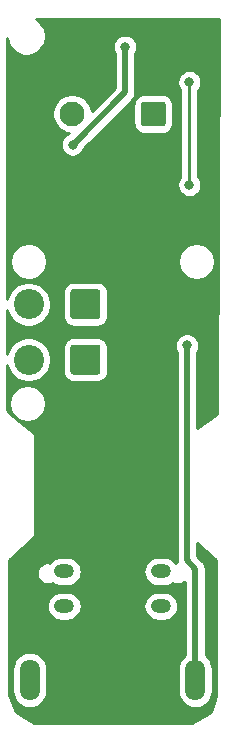
<source format=gbr>
%TF.GenerationSoftware,KiCad,Pcbnew,(5.1.6)-1*%
%TF.CreationDate,2021-02-04T17:03:45-05:00*%
%TF.ProjectId,horny_charger,686f726e-795f-4636-9861-726765722e6b,rev?*%
%TF.SameCoordinates,Original*%
%TF.FileFunction,Copper,L2,Bot*%
%TF.FilePolarity,Positive*%
%FSLAX46Y46*%
G04 Gerber Fmt 4.6, Leading zero omitted, Abs format (unit mm)*
G04 Created by KiCad (PCBNEW (5.1.6)-1) date 2021-02-04 17:03:45*
%MOMM*%
%LPD*%
G01*
G04 APERTURE LIST*
%TA.AperFunction,ComponentPad*%
%ADD10C,2.100000*%
%TD*%
%TA.AperFunction,ComponentPad*%
%ADD11C,2.550000*%
%TD*%
%TA.AperFunction,ComponentPad*%
%ADD12O,1.700000X3.500000*%
%TD*%
%TA.AperFunction,ComponentPad*%
%ADD13O,1.700000X1.200000*%
%TD*%
%TA.AperFunction,ViaPad*%
%ADD14C,0.800000*%
%TD*%
%TA.AperFunction,Conductor*%
%ADD15C,0.500000*%
%TD*%
%TA.AperFunction,Conductor*%
%ADD16C,0.250000*%
%TD*%
%TA.AperFunction,Conductor*%
%ADD17C,0.254000*%
%TD*%
G04 APERTURE END LIST*
D10*
%TO.P,REF\u002A\u002A,1*%
%TO.N,GND*%
X143675000Y-48275000D03*
%TD*%
%TO.P,REF\u002A\u002A,1*%
%TO.N,batt-charge_in*%
%TA.AperFunction,ComponentPad*%
G36*
G01*
X149500000Y-49100100D02*
X149500000Y-47499900D01*
G75*
G02*
X149749900Y-47250000I249900J0D01*
G01*
X151350100Y-47250000D01*
G75*
G02*
X151600000Y-47499900I0J-249900D01*
G01*
X151600000Y-49100100D01*
G75*
G02*
X151350100Y-49350000I-249900J0D01*
G01*
X149749900Y-49350000D01*
G75*
G02*
X149500000Y-49100100I0J249900D01*
G01*
G37*
%TD.AperFunction*%
%TD*%
%TO.P,REF\u002A\u002A,1*%
%TO.N,sw_r_to_leds*%
%TA.AperFunction,ComponentPad*%
G36*
G01*
X146075000Y-63374900D02*
X146075000Y-65425100D01*
G75*
G02*
X145825100Y-65675000I-249900J0D01*
G01*
X143774900Y-65675000D01*
G75*
G02*
X143525000Y-65425100I0J249900D01*
G01*
X143525000Y-63374900D01*
G75*
G02*
X143774900Y-63125000I249900J0D01*
G01*
X145825100Y-63125000D01*
G75*
G02*
X146075000Y-63374900I0J-249900D01*
G01*
G37*
%TD.AperFunction*%
D11*
%TO.P,REF\u002A\u002A,2*%
%TO.N,GND*%
X140000000Y-64400000D03*
%TD*%
%TO.P,REF\u002A\u002A,2*%
%TO.N,GND*%
X140000000Y-69100000D03*
%TO.P,REF\u002A\u002A,1*%
%TO.N,sw_r_to_leds*%
%TA.AperFunction,ComponentPad*%
G36*
G01*
X146075000Y-68074900D02*
X146075000Y-70125100D01*
G75*
G02*
X145825100Y-70375000I-249900J0D01*
G01*
X143774900Y-70375000D01*
G75*
G02*
X143525000Y-70125100I0J249900D01*
G01*
X143525000Y-68074900D01*
G75*
G02*
X143774900Y-67825000I249900J0D01*
G01*
X145825100Y-67825000D01*
G75*
G02*
X146075000Y-68074900I0J-249900D01*
G01*
G37*
%TD.AperFunction*%
%TD*%
D12*
%TO.P,SW1,1*%
%TO.N,batt-charge_in*%
X140100000Y-96200000D03*
%TO.P,SW1,2*%
%TO.N,sw_to_r*%
X154100000Y-96200000D03*
%TD*%
D13*
%TO.P,J1,S1*%
%TO.N,Net-(J1-PadS1)*%
X151200000Y-89970000D03*
X151200000Y-87030000D03*
X143000000Y-89970000D03*
X143000000Y-87030000D03*
%TD*%
D14*
%TO.N,+5V*%
X155000000Y-45600000D03*
X143675000Y-57475000D03*
X147100000Y-88450000D03*
%TO.N,batt-charge_in*%
X143725000Y-50900000D03*
X148150000Y-42600000D03*
%TO.N,charge_stat_r_to_led*%
X153600000Y-45600000D03*
X153600000Y-54300000D03*
%TO.N,sw_to_r*%
X153400000Y-67900000D03*
%TD*%
D15*
%TO.N,batt-charge_in*%
X148150000Y-46475000D02*
X143725000Y-50900000D01*
X148150000Y-42600000D02*
X148150000Y-46475000D01*
D16*
%TO.N,charge_stat_r_to_led*%
X153600000Y-54300000D02*
X153600000Y-45600000D01*
D15*
%TO.N,sw_to_r*%
X154100000Y-87000000D02*
X154100000Y-96200000D01*
X154100000Y-87000000D02*
X154100000Y-86800000D01*
X154100000Y-86800000D02*
X153400000Y-86100000D01*
X153400000Y-67900000D02*
X153400000Y-86000000D01*
%TD*%
D17*
%TO.N,+5V*%
G36*
X155973197Y-73733503D02*
G01*
X154277000Y-74913467D01*
X154277000Y-68436027D01*
X154310115Y-68386467D01*
X154387533Y-68199565D01*
X154427000Y-68001151D01*
X154427000Y-67798849D01*
X154387533Y-67600435D01*
X154310115Y-67413533D01*
X154197723Y-67245326D01*
X154054674Y-67102277D01*
X153886467Y-66989885D01*
X153699565Y-66912467D01*
X153501151Y-66873000D01*
X153298849Y-66873000D01*
X153100435Y-66912467D01*
X152913533Y-66989885D01*
X152745326Y-67102277D01*
X152602277Y-67245326D01*
X152489885Y-67413533D01*
X152412467Y-67600435D01*
X152373000Y-67798849D01*
X152373000Y-68001151D01*
X152412467Y-68199565D01*
X152489885Y-68386467D01*
X152523000Y-68436027D01*
X152523001Y-86043079D01*
X152523682Y-86049995D01*
X152518757Y-86100000D01*
X152535690Y-86271922D01*
X152536017Y-86273000D01*
X152508699Y-86273000D01*
X152429048Y-86288843D01*
X152321817Y-86158183D01*
X152134983Y-86004851D01*
X151921824Y-85890916D01*
X151690534Y-85820755D01*
X151510268Y-85803000D01*
X150889732Y-85803000D01*
X150709466Y-85820755D01*
X150478176Y-85890916D01*
X150265017Y-86004851D01*
X150078183Y-86158183D01*
X149924851Y-86345017D01*
X149810916Y-86558176D01*
X149740755Y-86789466D01*
X149717064Y-87030000D01*
X149740755Y-87270534D01*
X149810916Y-87501824D01*
X149924851Y-87714983D01*
X150078183Y-87901817D01*
X150265017Y-88055149D01*
X150478176Y-88169084D01*
X150709466Y-88239245D01*
X150889732Y-88257000D01*
X151510268Y-88257000D01*
X151690534Y-88239245D01*
X151921824Y-88169084D01*
X152134983Y-88055149D01*
X152170928Y-88025649D01*
X152329604Y-88091376D01*
X152508699Y-88127000D01*
X152691301Y-88127000D01*
X152870396Y-88091376D01*
X153039099Y-88021496D01*
X153190928Y-87920048D01*
X153223000Y-87887976D01*
X153223001Y-94109024D01*
X153050550Y-94250550D01*
X152865978Y-94475454D01*
X152728828Y-94732043D01*
X152644371Y-95010458D01*
X152623000Y-95227445D01*
X152623000Y-97172556D01*
X152644372Y-97389543D01*
X152728829Y-97667958D01*
X152865979Y-97924547D01*
X153050551Y-98149450D01*
X153275454Y-98334022D01*
X153532043Y-98471172D01*
X153810458Y-98555629D01*
X154100000Y-98584146D01*
X154389543Y-98555629D01*
X154667958Y-98471172D01*
X154924547Y-98334022D01*
X155149450Y-98149450D01*
X155334022Y-97924547D01*
X155471172Y-97667958D01*
X155555629Y-97389543D01*
X155577000Y-97172556D01*
X155577000Y-95227444D01*
X155555629Y-95010457D01*
X155471172Y-94732042D01*
X155334022Y-94475453D01*
X155149450Y-94250550D01*
X154977000Y-94109025D01*
X154977000Y-86843069D01*
X154981242Y-86799999D01*
X154977000Y-86756930D01*
X154977000Y-86756922D01*
X154964310Y-86628079D01*
X154914162Y-86462763D01*
X154832727Y-86310408D01*
X154723133Y-86176867D01*
X154689668Y-86149403D01*
X154277000Y-85736735D01*
X154277000Y-84605271D01*
X155872903Y-86056092D01*
X155853030Y-97542697D01*
X155471553Y-98925549D01*
X153862101Y-99840010D01*
X153786083Y-99848000D01*
X140531886Y-99848000D01*
X140441920Y-99839179D01*
X138941274Y-98903482D01*
X138356933Y-97524054D01*
X138350968Y-95227445D01*
X138623000Y-95227445D01*
X138623000Y-97172556D01*
X138644372Y-97389543D01*
X138728829Y-97667958D01*
X138865979Y-97924547D01*
X139050551Y-98149450D01*
X139275454Y-98334022D01*
X139532043Y-98471172D01*
X139810458Y-98555629D01*
X140100000Y-98584146D01*
X140389543Y-98555629D01*
X140667958Y-98471172D01*
X140924547Y-98334022D01*
X141149450Y-98149450D01*
X141334022Y-97924547D01*
X141471172Y-97667958D01*
X141555629Y-97389543D01*
X141577000Y-97172556D01*
X141577000Y-95227444D01*
X141555629Y-95010457D01*
X141471172Y-94732042D01*
X141334022Y-94475453D01*
X141149450Y-94250550D01*
X140924546Y-94065978D01*
X140667957Y-93928828D01*
X140389542Y-93844371D01*
X140100000Y-93815854D01*
X139810457Y-93844371D01*
X139532042Y-93928828D01*
X139275453Y-94065978D01*
X139050550Y-94250550D01*
X138865978Y-94475454D01*
X138728828Y-94732043D01*
X138644371Y-95010458D01*
X138623000Y-95227445D01*
X138350968Y-95227445D01*
X138337313Y-89970000D01*
X141517064Y-89970000D01*
X141540755Y-90210534D01*
X141610916Y-90441824D01*
X141724851Y-90654983D01*
X141878183Y-90841817D01*
X142065017Y-90995149D01*
X142278176Y-91109084D01*
X142509466Y-91179245D01*
X142689732Y-91197000D01*
X143310268Y-91197000D01*
X143490534Y-91179245D01*
X143721824Y-91109084D01*
X143934983Y-90995149D01*
X144121817Y-90841817D01*
X144275149Y-90654983D01*
X144389084Y-90441824D01*
X144459245Y-90210534D01*
X144482936Y-89970000D01*
X149717064Y-89970000D01*
X149740755Y-90210534D01*
X149810916Y-90441824D01*
X149924851Y-90654983D01*
X150078183Y-90841817D01*
X150265017Y-90995149D01*
X150478176Y-91109084D01*
X150709466Y-91179245D01*
X150889732Y-91197000D01*
X151510268Y-91197000D01*
X151690534Y-91179245D01*
X151921824Y-91109084D01*
X152134983Y-90995149D01*
X152321817Y-90841817D01*
X152475149Y-90654983D01*
X152589084Y-90441824D01*
X152659245Y-90210534D01*
X152682936Y-89970000D01*
X152659245Y-89729466D01*
X152589084Y-89498176D01*
X152475149Y-89285017D01*
X152321817Y-89098183D01*
X152134983Y-88944851D01*
X151921824Y-88830916D01*
X151690534Y-88760755D01*
X151510268Y-88743000D01*
X150889732Y-88743000D01*
X150709466Y-88760755D01*
X150478176Y-88830916D01*
X150265017Y-88944851D01*
X150078183Y-89098183D01*
X149924851Y-89285017D01*
X149810916Y-89498176D01*
X149740755Y-89729466D01*
X149717064Y-89970000D01*
X144482936Y-89970000D01*
X144459245Y-89729466D01*
X144389084Y-89498176D01*
X144275149Y-89285017D01*
X144121817Y-89098183D01*
X143934983Y-88944851D01*
X143721824Y-88830916D01*
X143490534Y-88760755D01*
X143310268Y-88743000D01*
X142689732Y-88743000D01*
X142509466Y-88760755D01*
X142278176Y-88830916D01*
X142065017Y-88944851D01*
X141878183Y-89098183D01*
X141724851Y-89285017D01*
X141610916Y-89498176D01*
X141540755Y-89729466D01*
X141517064Y-89970000D01*
X138337313Y-89970000D01*
X138329881Y-87108699D01*
X140673000Y-87108699D01*
X140673000Y-87291301D01*
X140708624Y-87470396D01*
X140778504Y-87639099D01*
X140879952Y-87790928D01*
X141009072Y-87920048D01*
X141160901Y-88021496D01*
X141329604Y-88091376D01*
X141508699Y-88127000D01*
X141691301Y-88127000D01*
X141870396Y-88091376D01*
X142029072Y-88025649D01*
X142065017Y-88055149D01*
X142278176Y-88169084D01*
X142509466Y-88239245D01*
X142689732Y-88257000D01*
X143310268Y-88257000D01*
X143490534Y-88239245D01*
X143721824Y-88169084D01*
X143934983Y-88055149D01*
X144121817Y-87901817D01*
X144275149Y-87714983D01*
X144389084Y-87501824D01*
X144459245Y-87270534D01*
X144482936Y-87030000D01*
X144459245Y-86789466D01*
X144389084Y-86558176D01*
X144275149Y-86345017D01*
X144121817Y-86158183D01*
X143934983Y-86004851D01*
X143721824Y-85890916D01*
X143490534Y-85820755D01*
X143310268Y-85803000D01*
X142689732Y-85803000D01*
X142509466Y-85820755D01*
X142278176Y-85890916D01*
X142065017Y-86004851D01*
X141878183Y-86158183D01*
X141770952Y-86288843D01*
X141691301Y-86273000D01*
X141508699Y-86273000D01*
X141329604Y-86308624D01*
X141160901Y-86378504D01*
X141009072Y-86479952D01*
X140879952Y-86609072D01*
X140778504Y-86760901D01*
X140708624Y-86929604D01*
X140673000Y-87108699D01*
X138329881Y-87108699D01*
X138327146Y-86056047D01*
X140485429Y-84093972D01*
X140502121Y-84075500D01*
X140514888Y-84054127D01*
X140523240Y-84030673D01*
X140527000Y-84000000D01*
X140527000Y-75400000D01*
X140524560Y-75375224D01*
X140517333Y-75351399D01*
X140505597Y-75329443D01*
X140489803Y-75310197D01*
X140478829Y-75300426D01*
X138225804Y-73516781D01*
X138169843Y-73301648D01*
X138152000Y-73074435D01*
X138152000Y-72645917D01*
X138335570Y-72645917D01*
X138335570Y-72954083D01*
X138395690Y-73256328D01*
X138513620Y-73541036D01*
X138684828Y-73797266D01*
X138902734Y-74015172D01*
X139158964Y-74186380D01*
X139443672Y-74304310D01*
X139745917Y-74364430D01*
X140054083Y-74364430D01*
X140356328Y-74304310D01*
X140641036Y-74186380D01*
X140897266Y-74015172D01*
X141115172Y-73797266D01*
X141286380Y-73541036D01*
X141404310Y-73256328D01*
X141464430Y-72954083D01*
X141464430Y-72645917D01*
X141404310Y-72343672D01*
X141286380Y-72058964D01*
X141115172Y-71802734D01*
X140897266Y-71584828D01*
X140641036Y-71413620D01*
X140356328Y-71295690D01*
X140054083Y-71235570D01*
X139745917Y-71235570D01*
X139443672Y-71295690D01*
X139158964Y-71413620D01*
X138902734Y-71584828D01*
X138684828Y-71802734D01*
X138513620Y-72058964D01*
X138395690Y-72343672D01*
X138335570Y-72645917D01*
X138152000Y-72645917D01*
X138152000Y-69558806D01*
X138171093Y-69654793D01*
X138314469Y-70000935D01*
X138522620Y-70312454D01*
X138787546Y-70577380D01*
X139099065Y-70785531D01*
X139445207Y-70928907D01*
X139812669Y-71002000D01*
X140187331Y-71002000D01*
X140554793Y-70928907D01*
X140900935Y-70785531D01*
X141212454Y-70577380D01*
X141477380Y-70312454D01*
X141685531Y-70000935D01*
X141828907Y-69654793D01*
X141902000Y-69287331D01*
X141902000Y-68912669D01*
X141828907Y-68545207D01*
X141685531Y-68199065D01*
X141602567Y-68074900D01*
X142894967Y-68074900D01*
X142894967Y-70125100D01*
X142911875Y-70296766D01*
X142961948Y-70461836D01*
X143043262Y-70613965D01*
X143152693Y-70747307D01*
X143286035Y-70856738D01*
X143438164Y-70938052D01*
X143603234Y-70988125D01*
X143774900Y-71005033D01*
X145825100Y-71005033D01*
X145996766Y-70988125D01*
X146161836Y-70938052D01*
X146313965Y-70856738D01*
X146447307Y-70747307D01*
X146556738Y-70613965D01*
X146638052Y-70461836D01*
X146688125Y-70296766D01*
X146705033Y-70125100D01*
X146705033Y-68074900D01*
X146688125Y-67903234D01*
X146638052Y-67738164D01*
X146556738Y-67586035D01*
X146447307Y-67452693D01*
X146313965Y-67343262D01*
X146161836Y-67261948D01*
X145996766Y-67211875D01*
X145825100Y-67194967D01*
X143774900Y-67194967D01*
X143603234Y-67211875D01*
X143438164Y-67261948D01*
X143286035Y-67343262D01*
X143152693Y-67452693D01*
X143043262Y-67586035D01*
X142961948Y-67738164D01*
X142911875Y-67903234D01*
X142894967Y-68074900D01*
X141602567Y-68074900D01*
X141477380Y-67887546D01*
X141212454Y-67622620D01*
X140900935Y-67414469D01*
X140554793Y-67271093D01*
X140187331Y-67198000D01*
X139812669Y-67198000D01*
X139445207Y-67271093D01*
X139099065Y-67414469D01*
X138787546Y-67622620D01*
X138522620Y-67887546D01*
X138314469Y-68199065D01*
X138171093Y-68545207D01*
X138152000Y-68641194D01*
X138152000Y-64858806D01*
X138171093Y-64954793D01*
X138314469Y-65300935D01*
X138522620Y-65612454D01*
X138787546Y-65877380D01*
X139099065Y-66085531D01*
X139445207Y-66228907D01*
X139812669Y-66302000D01*
X140187331Y-66302000D01*
X140554793Y-66228907D01*
X140900935Y-66085531D01*
X141212454Y-65877380D01*
X141477380Y-65612454D01*
X141685531Y-65300935D01*
X141828907Y-64954793D01*
X141902000Y-64587331D01*
X141902000Y-64212669D01*
X141828907Y-63845207D01*
X141685531Y-63499065D01*
X141602567Y-63374900D01*
X142894967Y-63374900D01*
X142894967Y-65425100D01*
X142911875Y-65596766D01*
X142961948Y-65761836D01*
X143043262Y-65913965D01*
X143152693Y-66047307D01*
X143286035Y-66156738D01*
X143438164Y-66238052D01*
X143603234Y-66288125D01*
X143774900Y-66305033D01*
X145825100Y-66305033D01*
X145996766Y-66288125D01*
X146161836Y-66238052D01*
X146313965Y-66156738D01*
X146447307Y-66047307D01*
X146556738Y-65913965D01*
X146638052Y-65761836D01*
X146688125Y-65596766D01*
X146705033Y-65425100D01*
X146705033Y-63374900D01*
X146688125Y-63203234D01*
X146638052Y-63038164D01*
X146556738Y-62886035D01*
X146447307Y-62752693D01*
X146313965Y-62643262D01*
X146161836Y-62561948D01*
X145996766Y-62511875D01*
X145825100Y-62494967D01*
X143774900Y-62494967D01*
X143603234Y-62511875D01*
X143438164Y-62561948D01*
X143286035Y-62643262D01*
X143152693Y-62752693D01*
X143043262Y-62886035D01*
X142961948Y-63038164D01*
X142911875Y-63203234D01*
X142894967Y-63374900D01*
X141602567Y-63374900D01*
X141477380Y-63187546D01*
X141212454Y-62922620D01*
X140900935Y-62714469D01*
X140554793Y-62571093D01*
X140187331Y-62498000D01*
X139812669Y-62498000D01*
X139445207Y-62571093D01*
X139099065Y-62714469D01*
X138787546Y-62922620D01*
X138522620Y-63187546D01*
X138314469Y-63499065D01*
X138171093Y-63845207D01*
X138152000Y-63941194D01*
X138152000Y-60645917D01*
X138435570Y-60645917D01*
X138435570Y-60954083D01*
X138495690Y-61256328D01*
X138613620Y-61541036D01*
X138784828Y-61797266D01*
X139002734Y-62015172D01*
X139258964Y-62186380D01*
X139543672Y-62304310D01*
X139845917Y-62364430D01*
X140154083Y-62364430D01*
X140456328Y-62304310D01*
X140741036Y-62186380D01*
X140997266Y-62015172D01*
X141215172Y-61797266D01*
X141386380Y-61541036D01*
X141504310Y-61256328D01*
X141564430Y-60954083D01*
X141564430Y-60645917D01*
X152635570Y-60645917D01*
X152635570Y-60954083D01*
X152695690Y-61256328D01*
X152813620Y-61541036D01*
X152984828Y-61797266D01*
X153202734Y-62015172D01*
X153458964Y-62186380D01*
X153743672Y-62304310D01*
X154045917Y-62364430D01*
X154354083Y-62364430D01*
X154656328Y-62304310D01*
X154941036Y-62186380D01*
X155197266Y-62015172D01*
X155415172Y-61797266D01*
X155586380Y-61541036D01*
X155704310Y-61256328D01*
X155764430Y-60954083D01*
X155764430Y-60645917D01*
X155704310Y-60343672D01*
X155586380Y-60058964D01*
X155415172Y-59802734D01*
X155197266Y-59584828D01*
X154941036Y-59413620D01*
X154656328Y-59295690D01*
X154354083Y-59235570D01*
X154045917Y-59235570D01*
X153743672Y-59295690D01*
X153458964Y-59413620D01*
X153202734Y-59584828D01*
X152984828Y-59802734D01*
X152813620Y-60058964D01*
X152695690Y-60343672D01*
X152635570Y-60645917D01*
X141564430Y-60645917D01*
X141504310Y-60343672D01*
X141386380Y-60058964D01*
X141215172Y-59802734D01*
X140997266Y-59584828D01*
X140741036Y-59413620D01*
X140456328Y-59295690D01*
X140154083Y-59235570D01*
X139845917Y-59235570D01*
X139543672Y-59295690D01*
X139258964Y-59413620D01*
X139002734Y-59584828D01*
X138784828Y-59802734D01*
X138613620Y-60058964D01*
X138495690Y-60343672D01*
X138435570Y-60645917D01*
X138152000Y-60645917D01*
X138152000Y-48109830D01*
X141998000Y-48109830D01*
X141998000Y-48440170D01*
X142062446Y-48764163D01*
X142188862Y-49069357D01*
X142372389Y-49344025D01*
X142605975Y-49577611D01*
X142880643Y-49761138D01*
X143185837Y-49887554D01*
X143388337Y-49927834D01*
X143238533Y-49989885D01*
X143070326Y-50102277D01*
X142927277Y-50245326D01*
X142814885Y-50413533D01*
X142737467Y-50600435D01*
X142698000Y-50798849D01*
X142698000Y-51001151D01*
X142737467Y-51199565D01*
X142814885Y-51386467D01*
X142927277Y-51554674D01*
X143070326Y-51697723D01*
X143238533Y-51810115D01*
X143425435Y-51887533D01*
X143623849Y-51927000D01*
X143826151Y-51927000D01*
X144024565Y-51887533D01*
X144211467Y-51810115D01*
X144379674Y-51697723D01*
X144522723Y-51554674D01*
X144635115Y-51386467D01*
X144712533Y-51199565D01*
X144724162Y-51141103D01*
X148365365Y-47499900D01*
X148869967Y-47499900D01*
X148869967Y-49100100D01*
X148886875Y-49271766D01*
X148936948Y-49436836D01*
X149018262Y-49588965D01*
X149127693Y-49722307D01*
X149261035Y-49831738D01*
X149413164Y-49913052D01*
X149578234Y-49963125D01*
X149749900Y-49980033D01*
X151350100Y-49980033D01*
X151521766Y-49963125D01*
X151686836Y-49913052D01*
X151838965Y-49831738D01*
X151972307Y-49722307D01*
X152081738Y-49588965D01*
X152163052Y-49436836D01*
X152213125Y-49271766D01*
X152230033Y-49100100D01*
X152230033Y-47499900D01*
X152213125Y-47328234D01*
X152163052Y-47163164D01*
X152081738Y-47011035D01*
X151972307Y-46877693D01*
X151838965Y-46768262D01*
X151686836Y-46686948D01*
X151521766Y-46636875D01*
X151350100Y-46619967D01*
X149749900Y-46619967D01*
X149578234Y-46636875D01*
X149413164Y-46686948D01*
X149261035Y-46768262D01*
X149127693Y-46877693D01*
X149018262Y-47011035D01*
X148936948Y-47163164D01*
X148886875Y-47328234D01*
X148869967Y-47499900D01*
X148365365Y-47499900D01*
X148739674Y-47125592D01*
X148773133Y-47098133D01*
X148882727Y-46964592D01*
X148964162Y-46812237D01*
X149014310Y-46646922D01*
X149016965Y-46619967D01*
X149031243Y-46475001D01*
X149027000Y-46431921D01*
X149027000Y-45498849D01*
X152573000Y-45498849D01*
X152573000Y-45701151D01*
X152612467Y-45899565D01*
X152689885Y-46086467D01*
X152802277Y-46254674D01*
X152848001Y-46300398D01*
X152848000Y-53599603D01*
X152802277Y-53645326D01*
X152689885Y-53813533D01*
X152612467Y-54000435D01*
X152573000Y-54198849D01*
X152573000Y-54401151D01*
X152612467Y-54599565D01*
X152689885Y-54786467D01*
X152802277Y-54954674D01*
X152945326Y-55097723D01*
X153113533Y-55210115D01*
X153300435Y-55287533D01*
X153498849Y-55327000D01*
X153701151Y-55327000D01*
X153899565Y-55287533D01*
X154086467Y-55210115D01*
X154254674Y-55097723D01*
X154397723Y-54954674D01*
X154510115Y-54786467D01*
X154587533Y-54599565D01*
X154627000Y-54401151D01*
X154627000Y-54198849D01*
X154587533Y-54000435D01*
X154510115Y-53813533D01*
X154397723Y-53645326D01*
X154352000Y-53599603D01*
X154352000Y-46300397D01*
X154397723Y-46254674D01*
X154510115Y-46086467D01*
X154587533Y-45899565D01*
X154627000Y-45701151D01*
X154627000Y-45498849D01*
X154587533Y-45300435D01*
X154510115Y-45113533D01*
X154397723Y-44945326D01*
X154254674Y-44802277D01*
X154086467Y-44689885D01*
X153899565Y-44612467D01*
X153701151Y-44573000D01*
X153498849Y-44573000D01*
X153300435Y-44612467D01*
X153113533Y-44689885D01*
X152945326Y-44802277D01*
X152802277Y-44945326D01*
X152689885Y-45113533D01*
X152612467Y-45300435D01*
X152573000Y-45498849D01*
X149027000Y-45498849D01*
X149027000Y-43136027D01*
X149060115Y-43086467D01*
X149137533Y-42899565D01*
X149177000Y-42701151D01*
X149177000Y-42498849D01*
X149137533Y-42300435D01*
X149060115Y-42113533D01*
X148947723Y-41945326D01*
X148804674Y-41802277D01*
X148636467Y-41689885D01*
X148449565Y-41612467D01*
X148251151Y-41573000D01*
X148048849Y-41573000D01*
X147850435Y-41612467D01*
X147663533Y-41689885D01*
X147495326Y-41802277D01*
X147352277Y-41945326D01*
X147239885Y-42113533D01*
X147162467Y-42300435D01*
X147123000Y-42498849D01*
X147123000Y-42701151D01*
X147162467Y-42899565D01*
X147239885Y-43086467D01*
X147273000Y-43136027D01*
X147273001Y-46111733D01*
X145339209Y-48045525D01*
X145287554Y-47785837D01*
X145161138Y-47480643D01*
X144977611Y-47205975D01*
X144744025Y-46972389D01*
X144469357Y-46788862D01*
X144164163Y-46662446D01*
X143840170Y-46598000D01*
X143509830Y-46598000D01*
X143185837Y-46662446D01*
X142880643Y-46788862D01*
X142605975Y-46972389D01*
X142372389Y-47205975D01*
X142188862Y-47480643D01*
X142062446Y-47785837D01*
X141998000Y-48109830D01*
X138152000Y-48109830D01*
X138152000Y-41866968D01*
X138214459Y-42180969D01*
X138338757Y-42481051D01*
X138519210Y-42751117D01*
X138748883Y-42980790D01*
X139018949Y-43161243D01*
X139319031Y-43285541D01*
X139637597Y-43348908D01*
X139962403Y-43348908D01*
X140280969Y-43285541D01*
X140581051Y-43161243D01*
X140851117Y-42980790D01*
X141080790Y-42751117D01*
X141261243Y-42481051D01*
X141385541Y-42180969D01*
X141448908Y-41862403D01*
X141448908Y-41537597D01*
X141385541Y-41219031D01*
X141261243Y-40918949D01*
X141080790Y-40648883D01*
X140851117Y-40419210D01*
X140600870Y-40252000D01*
X156072549Y-40252000D01*
X155973197Y-73733503D01*
G37*
X155973197Y-73733503D02*
X154277000Y-74913467D01*
X154277000Y-68436027D01*
X154310115Y-68386467D01*
X154387533Y-68199565D01*
X154427000Y-68001151D01*
X154427000Y-67798849D01*
X154387533Y-67600435D01*
X154310115Y-67413533D01*
X154197723Y-67245326D01*
X154054674Y-67102277D01*
X153886467Y-66989885D01*
X153699565Y-66912467D01*
X153501151Y-66873000D01*
X153298849Y-66873000D01*
X153100435Y-66912467D01*
X152913533Y-66989885D01*
X152745326Y-67102277D01*
X152602277Y-67245326D01*
X152489885Y-67413533D01*
X152412467Y-67600435D01*
X152373000Y-67798849D01*
X152373000Y-68001151D01*
X152412467Y-68199565D01*
X152489885Y-68386467D01*
X152523000Y-68436027D01*
X152523001Y-86043079D01*
X152523682Y-86049995D01*
X152518757Y-86100000D01*
X152535690Y-86271922D01*
X152536017Y-86273000D01*
X152508699Y-86273000D01*
X152429048Y-86288843D01*
X152321817Y-86158183D01*
X152134983Y-86004851D01*
X151921824Y-85890916D01*
X151690534Y-85820755D01*
X151510268Y-85803000D01*
X150889732Y-85803000D01*
X150709466Y-85820755D01*
X150478176Y-85890916D01*
X150265017Y-86004851D01*
X150078183Y-86158183D01*
X149924851Y-86345017D01*
X149810916Y-86558176D01*
X149740755Y-86789466D01*
X149717064Y-87030000D01*
X149740755Y-87270534D01*
X149810916Y-87501824D01*
X149924851Y-87714983D01*
X150078183Y-87901817D01*
X150265017Y-88055149D01*
X150478176Y-88169084D01*
X150709466Y-88239245D01*
X150889732Y-88257000D01*
X151510268Y-88257000D01*
X151690534Y-88239245D01*
X151921824Y-88169084D01*
X152134983Y-88055149D01*
X152170928Y-88025649D01*
X152329604Y-88091376D01*
X152508699Y-88127000D01*
X152691301Y-88127000D01*
X152870396Y-88091376D01*
X153039099Y-88021496D01*
X153190928Y-87920048D01*
X153223000Y-87887976D01*
X153223001Y-94109024D01*
X153050550Y-94250550D01*
X152865978Y-94475454D01*
X152728828Y-94732043D01*
X152644371Y-95010458D01*
X152623000Y-95227445D01*
X152623000Y-97172556D01*
X152644372Y-97389543D01*
X152728829Y-97667958D01*
X152865979Y-97924547D01*
X153050551Y-98149450D01*
X153275454Y-98334022D01*
X153532043Y-98471172D01*
X153810458Y-98555629D01*
X154100000Y-98584146D01*
X154389543Y-98555629D01*
X154667958Y-98471172D01*
X154924547Y-98334022D01*
X155149450Y-98149450D01*
X155334022Y-97924547D01*
X155471172Y-97667958D01*
X155555629Y-97389543D01*
X155577000Y-97172556D01*
X155577000Y-95227444D01*
X155555629Y-95010457D01*
X155471172Y-94732042D01*
X155334022Y-94475453D01*
X155149450Y-94250550D01*
X154977000Y-94109025D01*
X154977000Y-86843069D01*
X154981242Y-86799999D01*
X154977000Y-86756930D01*
X154977000Y-86756922D01*
X154964310Y-86628079D01*
X154914162Y-86462763D01*
X154832727Y-86310408D01*
X154723133Y-86176867D01*
X154689668Y-86149403D01*
X154277000Y-85736735D01*
X154277000Y-84605271D01*
X155872903Y-86056092D01*
X155853030Y-97542697D01*
X155471553Y-98925549D01*
X153862101Y-99840010D01*
X153786083Y-99848000D01*
X140531886Y-99848000D01*
X140441920Y-99839179D01*
X138941274Y-98903482D01*
X138356933Y-97524054D01*
X138350968Y-95227445D01*
X138623000Y-95227445D01*
X138623000Y-97172556D01*
X138644372Y-97389543D01*
X138728829Y-97667958D01*
X138865979Y-97924547D01*
X139050551Y-98149450D01*
X139275454Y-98334022D01*
X139532043Y-98471172D01*
X139810458Y-98555629D01*
X140100000Y-98584146D01*
X140389543Y-98555629D01*
X140667958Y-98471172D01*
X140924547Y-98334022D01*
X141149450Y-98149450D01*
X141334022Y-97924547D01*
X141471172Y-97667958D01*
X141555629Y-97389543D01*
X141577000Y-97172556D01*
X141577000Y-95227444D01*
X141555629Y-95010457D01*
X141471172Y-94732042D01*
X141334022Y-94475453D01*
X141149450Y-94250550D01*
X140924546Y-94065978D01*
X140667957Y-93928828D01*
X140389542Y-93844371D01*
X140100000Y-93815854D01*
X139810457Y-93844371D01*
X139532042Y-93928828D01*
X139275453Y-94065978D01*
X139050550Y-94250550D01*
X138865978Y-94475454D01*
X138728828Y-94732043D01*
X138644371Y-95010458D01*
X138623000Y-95227445D01*
X138350968Y-95227445D01*
X138337313Y-89970000D01*
X141517064Y-89970000D01*
X141540755Y-90210534D01*
X141610916Y-90441824D01*
X141724851Y-90654983D01*
X141878183Y-90841817D01*
X142065017Y-90995149D01*
X142278176Y-91109084D01*
X142509466Y-91179245D01*
X142689732Y-91197000D01*
X143310268Y-91197000D01*
X143490534Y-91179245D01*
X143721824Y-91109084D01*
X143934983Y-90995149D01*
X144121817Y-90841817D01*
X144275149Y-90654983D01*
X144389084Y-90441824D01*
X144459245Y-90210534D01*
X144482936Y-89970000D01*
X149717064Y-89970000D01*
X149740755Y-90210534D01*
X149810916Y-90441824D01*
X149924851Y-90654983D01*
X150078183Y-90841817D01*
X150265017Y-90995149D01*
X150478176Y-91109084D01*
X150709466Y-91179245D01*
X150889732Y-91197000D01*
X151510268Y-91197000D01*
X151690534Y-91179245D01*
X151921824Y-91109084D01*
X152134983Y-90995149D01*
X152321817Y-90841817D01*
X152475149Y-90654983D01*
X152589084Y-90441824D01*
X152659245Y-90210534D01*
X152682936Y-89970000D01*
X152659245Y-89729466D01*
X152589084Y-89498176D01*
X152475149Y-89285017D01*
X152321817Y-89098183D01*
X152134983Y-88944851D01*
X151921824Y-88830916D01*
X151690534Y-88760755D01*
X151510268Y-88743000D01*
X150889732Y-88743000D01*
X150709466Y-88760755D01*
X150478176Y-88830916D01*
X150265017Y-88944851D01*
X150078183Y-89098183D01*
X149924851Y-89285017D01*
X149810916Y-89498176D01*
X149740755Y-89729466D01*
X149717064Y-89970000D01*
X144482936Y-89970000D01*
X144459245Y-89729466D01*
X144389084Y-89498176D01*
X144275149Y-89285017D01*
X144121817Y-89098183D01*
X143934983Y-88944851D01*
X143721824Y-88830916D01*
X143490534Y-88760755D01*
X143310268Y-88743000D01*
X142689732Y-88743000D01*
X142509466Y-88760755D01*
X142278176Y-88830916D01*
X142065017Y-88944851D01*
X141878183Y-89098183D01*
X141724851Y-89285017D01*
X141610916Y-89498176D01*
X141540755Y-89729466D01*
X141517064Y-89970000D01*
X138337313Y-89970000D01*
X138329881Y-87108699D01*
X140673000Y-87108699D01*
X140673000Y-87291301D01*
X140708624Y-87470396D01*
X140778504Y-87639099D01*
X140879952Y-87790928D01*
X141009072Y-87920048D01*
X141160901Y-88021496D01*
X141329604Y-88091376D01*
X141508699Y-88127000D01*
X141691301Y-88127000D01*
X141870396Y-88091376D01*
X142029072Y-88025649D01*
X142065017Y-88055149D01*
X142278176Y-88169084D01*
X142509466Y-88239245D01*
X142689732Y-88257000D01*
X143310268Y-88257000D01*
X143490534Y-88239245D01*
X143721824Y-88169084D01*
X143934983Y-88055149D01*
X144121817Y-87901817D01*
X144275149Y-87714983D01*
X144389084Y-87501824D01*
X144459245Y-87270534D01*
X144482936Y-87030000D01*
X144459245Y-86789466D01*
X144389084Y-86558176D01*
X144275149Y-86345017D01*
X144121817Y-86158183D01*
X143934983Y-86004851D01*
X143721824Y-85890916D01*
X143490534Y-85820755D01*
X143310268Y-85803000D01*
X142689732Y-85803000D01*
X142509466Y-85820755D01*
X142278176Y-85890916D01*
X142065017Y-86004851D01*
X141878183Y-86158183D01*
X141770952Y-86288843D01*
X141691301Y-86273000D01*
X141508699Y-86273000D01*
X141329604Y-86308624D01*
X141160901Y-86378504D01*
X141009072Y-86479952D01*
X140879952Y-86609072D01*
X140778504Y-86760901D01*
X140708624Y-86929604D01*
X140673000Y-87108699D01*
X138329881Y-87108699D01*
X138327146Y-86056047D01*
X140485429Y-84093972D01*
X140502121Y-84075500D01*
X140514888Y-84054127D01*
X140523240Y-84030673D01*
X140527000Y-84000000D01*
X140527000Y-75400000D01*
X140524560Y-75375224D01*
X140517333Y-75351399D01*
X140505597Y-75329443D01*
X140489803Y-75310197D01*
X140478829Y-75300426D01*
X138225804Y-73516781D01*
X138169843Y-73301648D01*
X138152000Y-73074435D01*
X138152000Y-72645917D01*
X138335570Y-72645917D01*
X138335570Y-72954083D01*
X138395690Y-73256328D01*
X138513620Y-73541036D01*
X138684828Y-73797266D01*
X138902734Y-74015172D01*
X139158964Y-74186380D01*
X139443672Y-74304310D01*
X139745917Y-74364430D01*
X140054083Y-74364430D01*
X140356328Y-74304310D01*
X140641036Y-74186380D01*
X140897266Y-74015172D01*
X141115172Y-73797266D01*
X141286380Y-73541036D01*
X141404310Y-73256328D01*
X141464430Y-72954083D01*
X141464430Y-72645917D01*
X141404310Y-72343672D01*
X141286380Y-72058964D01*
X141115172Y-71802734D01*
X140897266Y-71584828D01*
X140641036Y-71413620D01*
X140356328Y-71295690D01*
X140054083Y-71235570D01*
X139745917Y-71235570D01*
X139443672Y-71295690D01*
X139158964Y-71413620D01*
X138902734Y-71584828D01*
X138684828Y-71802734D01*
X138513620Y-72058964D01*
X138395690Y-72343672D01*
X138335570Y-72645917D01*
X138152000Y-72645917D01*
X138152000Y-69558806D01*
X138171093Y-69654793D01*
X138314469Y-70000935D01*
X138522620Y-70312454D01*
X138787546Y-70577380D01*
X139099065Y-70785531D01*
X139445207Y-70928907D01*
X139812669Y-71002000D01*
X140187331Y-71002000D01*
X140554793Y-70928907D01*
X140900935Y-70785531D01*
X141212454Y-70577380D01*
X141477380Y-70312454D01*
X141685531Y-70000935D01*
X141828907Y-69654793D01*
X141902000Y-69287331D01*
X141902000Y-68912669D01*
X141828907Y-68545207D01*
X141685531Y-68199065D01*
X141602567Y-68074900D01*
X142894967Y-68074900D01*
X142894967Y-70125100D01*
X142911875Y-70296766D01*
X142961948Y-70461836D01*
X143043262Y-70613965D01*
X143152693Y-70747307D01*
X143286035Y-70856738D01*
X143438164Y-70938052D01*
X143603234Y-70988125D01*
X143774900Y-71005033D01*
X145825100Y-71005033D01*
X145996766Y-70988125D01*
X146161836Y-70938052D01*
X146313965Y-70856738D01*
X146447307Y-70747307D01*
X146556738Y-70613965D01*
X146638052Y-70461836D01*
X146688125Y-70296766D01*
X146705033Y-70125100D01*
X146705033Y-68074900D01*
X146688125Y-67903234D01*
X146638052Y-67738164D01*
X146556738Y-67586035D01*
X146447307Y-67452693D01*
X146313965Y-67343262D01*
X146161836Y-67261948D01*
X145996766Y-67211875D01*
X145825100Y-67194967D01*
X143774900Y-67194967D01*
X143603234Y-67211875D01*
X143438164Y-67261948D01*
X143286035Y-67343262D01*
X143152693Y-67452693D01*
X143043262Y-67586035D01*
X142961948Y-67738164D01*
X142911875Y-67903234D01*
X142894967Y-68074900D01*
X141602567Y-68074900D01*
X141477380Y-67887546D01*
X141212454Y-67622620D01*
X140900935Y-67414469D01*
X140554793Y-67271093D01*
X140187331Y-67198000D01*
X139812669Y-67198000D01*
X139445207Y-67271093D01*
X139099065Y-67414469D01*
X138787546Y-67622620D01*
X138522620Y-67887546D01*
X138314469Y-68199065D01*
X138171093Y-68545207D01*
X138152000Y-68641194D01*
X138152000Y-64858806D01*
X138171093Y-64954793D01*
X138314469Y-65300935D01*
X138522620Y-65612454D01*
X138787546Y-65877380D01*
X139099065Y-66085531D01*
X139445207Y-66228907D01*
X139812669Y-66302000D01*
X140187331Y-66302000D01*
X140554793Y-66228907D01*
X140900935Y-66085531D01*
X141212454Y-65877380D01*
X141477380Y-65612454D01*
X141685531Y-65300935D01*
X141828907Y-64954793D01*
X141902000Y-64587331D01*
X141902000Y-64212669D01*
X141828907Y-63845207D01*
X141685531Y-63499065D01*
X141602567Y-63374900D01*
X142894967Y-63374900D01*
X142894967Y-65425100D01*
X142911875Y-65596766D01*
X142961948Y-65761836D01*
X143043262Y-65913965D01*
X143152693Y-66047307D01*
X143286035Y-66156738D01*
X143438164Y-66238052D01*
X143603234Y-66288125D01*
X143774900Y-66305033D01*
X145825100Y-66305033D01*
X145996766Y-66288125D01*
X146161836Y-66238052D01*
X146313965Y-66156738D01*
X146447307Y-66047307D01*
X146556738Y-65913965D01*
X146638052Y-65761836D01*
X146688125Y-65596766D01*
X146705033Y-65425100D01*
X146705033Y-63374900D01*
X146688125Y-63203234D01*
X146638052Y-63038164D01*
X146556738Y-62886035D01*
X146447307Y-62752693D01*
X146313965Y-62643262D01*
X146161836Y-62561948D01*
X145996766Y-62511875D01*
X145825100Y-62494967D01*
X143774900Y-62494967D01*
X143603234Y-62511875D01*
X143438164Y-62561948D01*
X143286035Y-62643262D01*
X143152693Y-62752693D01*
X143043262Y-62886035D01*
X142961948Y-63038164D01*
X142911875Y-63203234D01*
X142894967Y-63374900D01*
X141602567Y-63374900D01*
X141477380Y-63187546D01*
X141212454Y-62922620D01*
X140900935Y-62714469D01*
X140554793Y-62571093D01*
X140187331Y-62498000D01*
X139812669Y-62498000D01*
X139445207Y-62571093D01*
X139099065Y-62714469D01*
X138787546Y-62922620D01*
X138522620Y-63187546D01*
X138314469Y-63499065D01*
X138171093Y-63845207D01*
X138152000Y-63941194D01*
X138152000Y-60645917D01*
X138435570Y-60645917D01*
X138435570Y-60954083D01*
X138495690Y-61256328D01*
X138613620Y-61541036D01*
X138784828Y-61797266D01*
X139002734Y-62015172D01*
X139258964Y-62186380D01*
X139543672Y-62304310D01*
X139845917Y-62364430D01*
X140154083Y-62364430D01*
X140456328Y-62304310D01*
X140741036Y-62186380D01*
X140997266Y-62015172D01*
X141215172Y-61797266D01*
X141386380Y-61541036D01*
X141504310Y-61256328D01*
X141564430Y-60954083D01*
X141564430Y-60645917D01*
X152635570Y-60645917D01*
X152635570Y-60954083D01*
X152695690Y-61256328D01*
X152813620Y-61541036D01*
X152984828Y-61797266D01*
X153202734Y-62015172D01*
X153458964Y-62186380D01*
X153743672Y-62304310D01*
X154045917Y-62364430D01*
X154354083Y-62364430D01*
X154656328Y-62304310D01*
X154941036Y-62186380D01*
X155197266Y-62015172D01*
X155415172Y-61797266D01*
X155586380Y-61541036D01*
X155704310Y-61256328D01*
X155764430Y-60954083D01*
X155764430Y-60645917D01*
X155704310Y-60343672D01*
X155586380Y-60058964D01*
X155415172Y-59802734D01*
X155197266Y-59584828D01*
X154941036Y-59413620D01*
X154656328Y-59295690D01*
X154354083Y-59235570D01*
X154045917Y-59235570D01*
X153743672Y-59295690D01*
X153458964Y-59413620D01*
X153202734Y-59584828D01*
X152984828Y-59802734D01*
X152813620Y-60058964D01*
X152695690Y-60343672D01*
X152635570Y-60645917D01*
X141564430Y-60645917D01*
X141504310Y-60343672D01*
X141386380Y-60058964D01*
X141215172Y-59802734D01*
X140997266Y-59584828D01*
X140741036Y-59413620D01*
X140456328Y-59295690D01*
X140154083Y-59235570D01*
X139845917Y-59235570D01*
X139543672Y-59295690D01*
X139258964Y-59413620D01*
X139002734Y-59584828D01*
X138784828Y-59802734D01*
X138613620Y-60058964D01*
X138495690Y-60343672D01*
X138435570Y-60645917D01*
X138152000Y-60645917D01*
X138152000Y-48109830D01*
X141998000Y-48109830D01*
X141998000Y-48440170D01*
X142062446Y-48764163D01*
X142188862Y-49069357D01*
X142372389Y-49344025D01*
X142605975Y-49577611D01*
X142880643Y-49761138D01*
X143185837Y-49887554D01*
X143388337Y-49927834D01*
X143238533Y-49989885D01*
X143070326Y-50102277D01*
X142927277Y-50245326D01*
X142814885Y-50413533D01*
X142737467Y-50600435D01*
X142698000Y-50798849D01*
X142698000Y-51001151D01*
X142737467Y-51199565D01*
X142814885Y-51386467D01*
X142927277Y-51554674D01*
X143070326Y-51697723D01*
X143238533Y-51810115D01*
X143425435Y-51887533D01*
X143623849Y-51927000D01*
X143826151Y-51927000D01*
X144024565Y-51887533D01*
X144211467Y-51810115D01*
X144379674Y-51697723D01*
X144522723Y-51554674D01*
X144635115Y-51386467D01*
X144712533Y-51199565D01*
X144724162Y-51141103D01*
X148365365Y-47499900D01*
X148869967Y-47499900D01*
X148869967Y-49100100D01*
X148886875Y-49271766D01*
X148936948Y-49436836D01*
X149018262Y-49588965D01*
X149127693Y-49722307D01*
X149261035Y-49831738D01*
X149413164Y-49913052D01*
X149578234Y-49963125D01*
X149749900Y-49980033D01*
X151350100Y-49980033D01*
X151521766Y-49963125D01*
X151686836Y-49913052D01*
X151838965Y-49831738D01*
X151972307Y-49722307D01*
X152081738Y-49588965D01*
X152163052Y-49436836D01*
X152213125Y-49271766D01*
X152230033Y-49100100D01*
X152230033Y-47499900D01*
X152213125Y-47328234D01*
X152163052Y-47163164D01*
X152081738Y-47011035D01*
X151972307Y-46877693D01*
X151838965Y-46768262D01*
X151686836Y-46686948D01*
X151521766Y-46636875D01*
X151350100Y-46619967D01*
X149749900Y-46619967D01*
X149578234Y-46636875D01*
X149413164Y-46686948D01*
X149261035Y-46768262D01*
X149127693Y-46877693D01*
X149018262Y-47011035D01*
X148936948Y-47163164D01*
X148886875Y-47328234D01*
X148869967Y-47499900D01*
X148365365Y-47499900D01*
X148739674Y-47125592D01*
X148773133Y-47098133D01*
X148882727Y-46964592D01*
X148964162Y-46812237D01*
X149014310Y-46646922D01*
X149016965Y-46619967D01*
X149031243Y-46475001D01*
X149027000Y-46431921D01*
X149027000Y-45498849D01*
X152573000Y-45498849D01*
X152573000Y-45701151D01*
X152612467Y-45899565D01*
X152689885Y-46086467D01*
X152802277Y-46254674D01*
X152848001Y-46300398D01*
X152848000Y-53599603D01*
X152802277Y-53645326D01*
X152689885Y-53813533D01*
X152612467Y-54000435D01*
X152573000Y-54198849D01*
X152573000Y-54401151D01*
X152612467Y-54599565D01*
X152689885Y-54786467D01*
X152802277Y-54954674D01*
X152945326Y-55097723D01*
X153113533Y-55210115D01*
X153300435Y-55287533D01*
X153498849Y-55327000D01*
X153701151Y-55327000D01*
X153899565Y-55287533D01*
X154086467Y-55210115D01*
X154254674Y-55097723D01*
X154397723Y-54954674D01*
X154510115Y-54786467D01*
X154587533Y-54599565D01*
X154627000Y-54401151D01*
X154627000Y-54198849D01*
X154587533Y-54000435D01*
X154510115Y-53813533D01*
X154397723Y-53645326D01*
X154352000Y-53599603D01*
X154352000Y-46300397D01*
X154397723Y-46254674D01*
X154510115Y-46086467D01*
X154587533Y-45899565D01*
X154627000Y-45701151D01*
X154627000Y-45498849D01*
X154587533Y-45300435D01*
X154510115Y-45113533D01*
X154397723Y-44945326D01*
X154254674Y-44802277D01*
X154086467Y-44689885D01*
X153899565Y-44612467D01*
X153701151Y-44573000D01*
X153498849Y-44573000D01*
X153300435Y-44612467D01*
X153113533Y-44689885D01*
X152945326Y-44802277D01*
X152802277Y-44945326D01*
X152689885Y-45113533D01*
X152612467Y-45300435D01*
X152573000Y-45498849D01*
X149027000Y-45498849D01*
X149027000Y-43136027D01*
X149060115Y-43086467D01*
X149137533Y-42899565D01*
X149177000Y-42701151D01*
X149177000Y-42498849D01*
X149137533Y-42300435D01*
X149060115Y-42113533D01*
X148947723Y-41945326D01*
X148804674Y-41802277D01*
X148636467Y-41689885D01*
X148449565Y-41612467D01*
X148251151Y-41573000D01*
X148048849Y-41573000D01*
X147850435Y-41612467D01*
X147663533Y-41689885D01*
X147495326Y-41802277D01*
X147352277Y-41945326D01*
X147239885Y-42113533D01*
X147162467Y-42300435D01*
X147123000Y-42498849D01*
X147123000Y-42701151D01*
X147162467Y-42899565D01*
X147239885Y-43086467D01*
X147273000Y-43136027D01*
X147273001Y-46111733D01*
X145339209Y-48045525D01*
X145287554Y-47785837D01*
X145161138Y-47480643D01*
X144977611Y-47205975D01*
X144744025Y-46972389D01*
X144469357Y-46788862D01*
X144164163Y-46662446D01*
X143840170Y-46598000D01*
X143509830Y-46598000D01*
X143185837Y-46662446D01*
X142880643Y-46788862D01*
X142605975Y-46972389D01*
X142372389Y-47205975D01*
X142188862Y-47480643D01*
X142062446Y-47785837D01*
X141998000Y-48109830D01*
X138152000Y-48109830D01*
X138152000Y-41866968D01*
X138214459Y-42180969D01*
X138338757Y-42481051D01*
X138519210Y-42751117D01*
X138748883Y-42980790D01*
X139018949Y-43161243D01*
X139319031Y-43285541D01*
X139637597Y-43348908D01*
X139962403Y-43348908D01*
X140280969Y-43285541D01*
X140581051Y-43161243D01*
X140851117Y-42980790D01*
X141080790Y-42751117D01*
X141261243Y-42481051D01*
X141385541Y-42180969D01*
X141448908Y-41862403D01*
X141448908Y-41537597D01*
X141385541Y-41219031D01*
X141261243Y-40918949D01*
X141080790Y-40648883D01*
X140851117Y-40419210D01*
X140600870Y-40252000D01*
X156072549Y-40252000D01*
X155973197Y-73733503D01*
%TD*%
M02*

</source>
